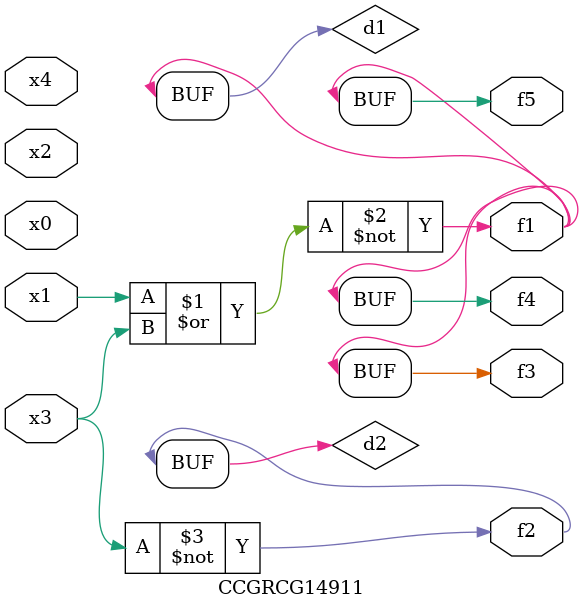
<source format=v>
module CCGRCG14911(
	input x0, x1, x2, x3, x4,
	output f1, f2, f3, f4, f5
);

	wire d1, d2;

	nor (d1, x1, x3);
	not (d2, x3);
	assign f1 = d1;
	assign f2 = d2;
	assign f3 = d1;
	assign f4 = d1;
	assign f5 = d1;
endmodule

</source>
